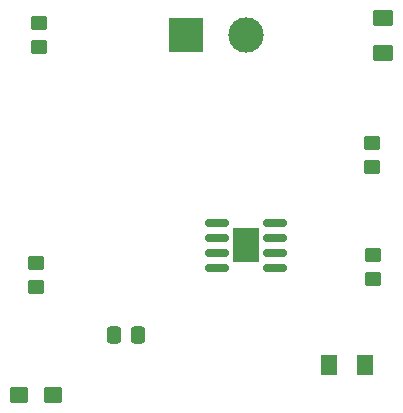
<source format=gbr>
%TF.GenerationSoftware,KiCad,Pcbnew,(6.0.10)*%
%TF.CreationDate,2023-02-17T12:18:30-08:00*%
%TF.ProjectId,exercise2,65786572-6369-4736-9532-2e6b69636164,rev?*%
%TF.SameCoordinates,Original*%
%TF.FileFunction,Soldermask,Top*%
%TF.FilePolarity,Negative*%
%FSLAX46Y46*%
G04 Gerber Fmt 4.6, Leading zero omitted, Abs format (unit mm)*
G04 Created by KiCad (PCBNEW (6.0.10)) date 2023-02-17 12:18:30*
%MOMM*%
%LPD*%
G01*
G04 APERTURE LIST*
G04 Aperture macros list*
%AMRoundRect*
0 Rectangle with rounded corners*
0 $1 Rounding radius*
0 $2 $3 $4 $5 $6 $7 $8 $9 X,Y pos of 4 corners*
0 Add a 4 corners polygon primitive as box body*
4,1,4,$2,$3,$4,$5,$6,$7,$8,$9,$2,$3,0*
0 Add four circle primitives for the rounded corners*
1,1,$1+$1,$2,$3*
1,1,$1+$1,$4,$5*
1,1,$1+$1,$6,$7*
1,1,$1+$1,$8,$9*
0 Add four rect primitives between the rounded corners*
20,1,$1+$1,$2,$3,$4,$5,0*
20,1,$1+$1,$4,$5,$6,$7,0*
20,1,$1+$1,$6,$7,$8,$9,0*
20,1,$1+$1,$8,$9,$2,$3,0*%
G04 Aperture macros list end*
%ADD10RoundRect,0.250001X0.624999X-0.462499X0.624999X0.462499X-0.624999X0.462499X-0.624999X-0.462499X0*%
%ADD11RoundRect,0.250000X-0.450000X0.350000X-0.450000X-0.350000X0.450000X-0.350000X0.450000X0.350000X0*%
%ADD12RoundRect,0.250001X-0.462499X-0.624999X0.462499X-0.624999X0.462499X0.624999X-0.462499X0.624999X0*%
%ADD13RoundRect,0.150000X0.825000X0.150000X-0.825000X0.150000X-0.825000X-0.150000X0.825000X-0.150000X0*%
%ADD14R,2.290000X3.000000*%
%ADD15R,3.000000X3.000000*%
%ADD16C,3.000000*%
%ADD17RoundRect,0.250000X-0.537500X-0.425000X0.537500X-0.425000X0.537500X0.425000X-0.537500X0.425000X0*%
%ADD18RoundRect,0.250000X-0.337500X-0.475000X0.337500X-0.475000X0.337500X0.475000X-0.337500X0.475000X0*%
G04 APERTURE END LIST*
D10*
%TO.C,D1*%
X153887500Y-87847500D03*
X153887500Y-84872500D03*
%TD*%
D11*
%TO.C,R1*%
X124750000Y-85360000D03*
X124750000Y-87360000D03*
%TD*%
%TO.C,R3*%
X152915000Y-95520000D03*
X152915000Y-97520000D03*
%TD*%
D12*
%TO.C,D2*%
X149312500Y-114300000D03*
X152287500Y-114300000D03*
%TD*%
D13*
%TO.C,U1*%
X144715000Y-106045000D03*
X144715000Y-104775000D03*
X144715000Y-103505000D03*
X144715000Y-102235000D03*
X139765000Y-102235000D03*
X139765000Y-103505000D03*
X139765000Y-104775000D03*
X139765000Y-106045000D03*
D14*
X142240000Y-104140000D03*
%TD*%
D11*
%TO.C,R2*%
X124460000Y-105680000D03*
X124460000Y-107680000D03*
%TD*%
D15*
%TO.C,J1*%
X137160000Y-86360000D03*
D16*
X142240000Y-86360000D03*
%TD*%
D17*
%TO.C,C1*%
X123022500Y-116840000D03*
X125897500Y-116840000D03*
%TD*%
D11*
%TO.C,R4*%
X153000000Y-104990000D03*
X153000000Y-106990000D03*
%TD*%
D18*
%TO.C,C2*%
X131042500Y-111760000D03*
X133117500Y-111760000D03*
%TD*%
M02*

</source>
